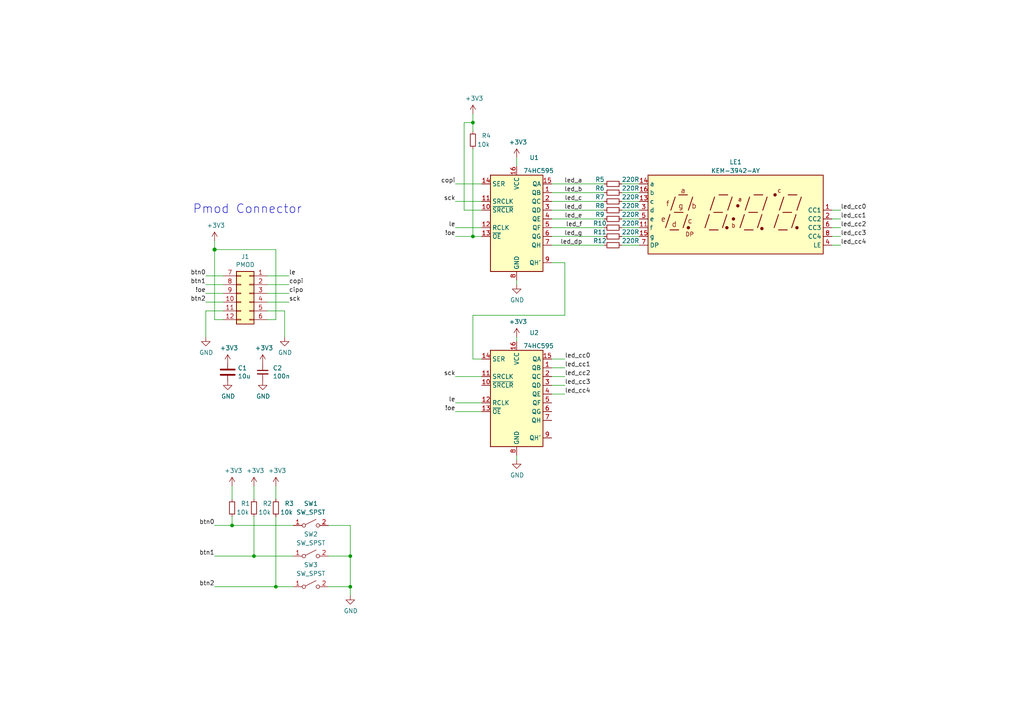
<source format=kicad_sch>
(kicad_sch (version 20201015) (generator eeschema)
  (paper "A4")
  (title_block (title "quad-7seg PMOD") (date "2020-12-10") (rev "r1.0") (company "GsD - @gregdavill") (comment 1 "PMOD"))
  (lib_symbols
    (symbol "74xx:74HC595"
      (property "Reference" "U" (at -7.62 13.97 0))
      (property "Value" "74HC595" (at -7.62 -16.51 0))
      (symbol "74HC595_1_0"
        (pin tri_state line (at 10.16 7.62 180) (length 2.54) (name "QB") (number "1"))
        (pin input line (at -10.16 2.54 0) (length 2.54) (name "~SRCLR") (number "10"))
        (pin input line (at -10.16 5.08 0) (length 2.54) (name "SRCLK") (number "11"))
        (pin input line (at -10.16 -2.54 0) (length 2.54) (name "RCLK") (number "12"))
        (pin input line (at -10.16 -5.08 0) (length 2.54) (name "~OE") (number "13"))
        (pin input line (at -10.16 10.16 0) (length 2.54) (name "SER") (number "14"))
        (pin tri_state line (at 10.16 10.16 180) (length 2.54) (name "QA") (number "15"))
        (pin power_in line (at 0 15.24 270) (length 2.54) (name "VCC") (number "16"))
        (pin tri_state line (at 10.16 5.08 180) (length 2.54) (name "QC") (number "2"))
        (pin tri_state line (at 10.16 2.54 180) (length 2.54) (name "QD") (number "3"))
        (pin tri_state line (at 10.16 0 180) (length 2.54) (name "QE") (number "4"))
        (pin tri_state line (at 10.16 -2.54 180) (length 2.54) (name "QF") (number "5"))
        (pin tri_state line (at 10.16 -5.08 180) (length 2.54) (name "QG") (number "6"))
        (pin tri_state line (at 10.16 -7.62 180) (length 2.54) (name "QH") (number "7"))
        (pin power_in line (at 0 -17.78 90) (length 2.54) (name "GND") (number "8"))
        (pin output line (at 10.16 -12.7 180) (length 2.54) (name "QH'") (number "9"))
      )
      (symbol "74HC595_1_1"
        (rectangle (start -7.62 12.7) (end 7.62 -15.24) (stroke (width 0.254)) (fill (type background)))
      )
    )
    (symbol "7segment-rescue:pkl_C-pkl_device" (pin_numbers hide) (pin_names (offset 0.254))
      (property "Reference" "C" (at 0.635 2.54 0))
      (property "Value" "pkl_C-pkl_device" (at 0.635 -2.54 0))
      (symbol "pkl_C-pkl_device_0_1"
        (polyline (pts (xy -2.032 -0.762) (xy 2.032 -0.762)) (stroke (width 0.508)))
        (polyline (pts (xy -2.032 0.762) (xy 2.032 0.762)) (stroke (width 0.508)))
      )
      (symbol "pkl_C-pkl_device_1_1"
        (pin passive line (at 0 2.54 270) (length 1.524) (name "~") (number "1"))
        (pin passive line (at 0 -2.54 90) (length 1.524) (name "~") (number "2"))
      )
    )
    (symbol "7segment-rescue:pkl_C_Small-pkl_device" (pin_numbers hide) (pin_names (offset 0.254) hide)
      (property "Reference" "C" (at 0.254 1.778 0))
      (property "Value" "pkl_C_Small-pkl_device" (at 0.254 -2.032 0))
      (symbol "pkl_C_Small-pkl_device_0_1"
        (polyline (pts (xy -1.524 -0.508) (xy 1.524 -0.508)) (stroke (width 0.3302)))
        (polyline (pts (xy -1.524 0.508) (xy 1.524 0.508)) (stroke (width 0.3048)))
      )
      (symbol "pkl_C_Small-pkl_device_1_1"
        (pin passive line (at 0 2.54 270) (length 1.905) (name "~") (number "1"))
        (pin passive line (at 0 -2.54 90) (length 2.032) (name "~") (number "2"))
      )
    )
    (symbol "Connector_Generic:Conn_02x06_Top_Bottom" (pin_names (offset 1.016) hide)
      (property "Reference" "J" (at 1.27 7.62 0))
      (property "Value" "Conn_02x06_Top_Bottom" (at 1.27 -10.16 0))
      (symbol "Conn_02x06_Top_Bottom_1_1"
        (rectangle (start -1.27 -4.953) (end 0 -5.207) (stroke (width 0.1524)))
        (rectangle (start -1.27 -7.493) (end 0 -7.747) (stroke (width 0.1524)))
        (rectangle (start -1.27 -2.413) (end 0 -2.667) (stroke (width 0.1524)))
        (rectangle (start -1.27 2.667) (end 0 2.413) (stroke (width 0.1524)))
        (rectangle (start -1.27 5.207) (end 0 4.953) (stroke (width 0.1524)))
        (rectangle (start -1.27 6.35) (end 3.81 -8.89) (stroke (width 0.254)) (fill (type background)))
        (rectangle (start -1.27 0.127) (end 0 -0.127) (stroke (width 0.1524)))
        (rectangle (start 3.81 -4.953) (end 2.54 -5.207) (stroke (width 0.1524)))
        (rectangle (start 3.81 -7.493) (end 2.54 -7.747) (stroke (width 0.1524)))
        (rectangle (start 3.81 -2.413) (end 2.54 -2.667) (stroke (width 0.1524)))
        (rectangle (start 3.81 2.667) (end 2.54 2.413) (stroke (width 0.1524)))
        (rectangle (start 3.81 5.207) (end 2.54 4.953) (stroke (width 0.1524)))
        (rectangle (start 3.81 0.127) (end 2.54 -0.127) (stroke (width 0.1524)))
        (pin passive line (at -5.08 5.08 0) (length 3.81) (name "Pin_1") (number "1"))
        (pin passive line (at 7.62 -2.54 180) (length 3.81) (name "Pin_10") (number "10"))
        (pin passive line (at 7.62 -5.08 180) (length 3.81) (name "Pin_11") (number "11"))
        (pin passive line (at 7.62 -7.62 180) (length 3.81) (name "Pin_12") (number "12"))
        (pin passive line (at -5.08 2.54 0) (length 3.81) (name "Pin_2") (number "2"))
        (pin passive line (at -5.08 0 0) (length 3.81) (name "Pin_3") (number "3"))
        (pin passive line (at -5.08 -2.54 0) (length 3.81) (name "Pin_4") (number "4"))
        (pin passive line (at -5.08 -5.08 0) (length 3.81) (name "Pin_5") (number "5"))
        (pin passive line (at -5.08 -7.62 0) (length 3.81) (name "Pin_6") (number "6"))
        (pin passive line (at 7.62 5.08 180) (length 3.81) (name "Pin_7") (number "7"))
        (pin passive line (at 7.62 2.54 180) (length 3.81) (name "Pin_8") (number "8"))
        (pin passive line (at 7.62 0 180) (length 3.81) (name "Pin_9") (number "9"))
      )
    )
    (symbol "Switch:SW_SPST" (pin_names (offset 0) hide)
      (property "Reference" "SW" (at 0 3.175 0))
      (property "Value" "SW_SPST" (at 0 -2.54 0))
      (symbol "SW_SPST_0_0"
        (circle (center -2.032 0) (radius 0.508))
        (circle (center 2.032 0) (radius 0.508))
        (polyline (pts (xy -1.524 0.254) (xy 1.524 1.778)))
      )
      (symbol "SW_SPST_1_1"
        (pin passive line (at -5.08 0 0) (length 2.54) (name "A") (number "1"))
        (pin passive line (at 5.08 0 180) (length 2.54) (name "B") (number "2"))
      )
    )
    (symbol "icebreaker-bitsy-rescue:pkl_R_Small-pkl_device" (pin_numbers hide) (pin_names (offset 0.254) hide)
      (property "Reference" "R" (at 0.762 0.508 0))
      (property "Value" "pkl_R_Small-pkl_device" (at 0.762 -1.016 0))
      (symbol "pkl_R_Small-pkl_device_0_1"
        (rectangle (start -0.762 1.778) (end 0.762 -1.778) (stroke (width 0.2032)))
      )
      (symbol "pkl_R_Small-pkl_device_1_1"
        (pin passive line (at 0 2.54 270) (length 0.762) (name "~") (number "1"))
        (pin passive line (at 0 -2.54 90) (length 0.762) (name "~") (number "2"))
      )
    )
    (symbol "led-clock:KEM-3942-AY"
      (property "Reference" "LE" (at -24.13 11.43 0))
      (property "Value" "KEM-3942-AY" (at 17.78 11.43 0))
      (symbol "KEM-3942-AY_0_0"
        (text "a" (at -15.24 5.715 0) (effects (font (size 1.524 1.524))))
        (text "b" (at -12.065 1.27 0) (effects (font (size 1.524 1.524))))
        (text "c" (at -13.208 -3.048 0) (effects (font (size 1.524 1.524))))
        (text "d" (at -17.78 -4.064 0) (effects (font (size 1.524 1.524))))
        (text "DP" (at -13.335 -6.985 0) (effects (font (size 1.2 1.2))))
        (text "e" (at -20.955 -2.54 0) (effects (font (size 1.524 1.524))))
        (text "f" (at -19.685 1.905 0) (effects (font (size 1.524 1.524))))
        (text "g" (at -15.875 1.27 0) (effects (font (size 1.524 1.524))))
        (text "a" (at 1.27 3.175 0) (effects (font (size 1.2 1.2))))
        (text "b" (at -0.635 -4.445 0) (effects (font (size 1.2 1.2))))
        (text "c" (at 12.7 5.715 0) (effects (font (size 1.2 1.2))))
        (rectangle (start -25.4 10.16) (end 25.4 -12.7) (stroke (width 0.254)) (fill (type background)))
        (polyline (pts (xy -20.32 -5.08) (xy -19.05 -1.27)) (stroke (width 0.254)))
        (polyline (pts (xy -19.05 -5.715) (xy -16.51 -5.715)) (stroke (width 0.254)))
        (polyline (pts (xy -18.796 0) (xy -17.526 3.81)) (stroke (width 0.254)))
        (polyline (pts (xy -17.78 -0.635) (xy -15.24 -0.635)) (stroke (width 0.254)))
        (polyline (pts (xy -16.51 4.445) (xy -13.97 4.445)) (stroke (width 0.254)))
        (polyline (pts (xy -15.24 -5.08) (xy -13.97 -1.27)) (stroke (width 0.254)))
        (polyline (pts (xy -13.716 0) (xy -12.446 3.81)) (stroke (width 0.254)))
        (polyline (pts (xy -8.89 -5.08) (xy -7.62 -1.27)) (stroke (width 0.254)))
        (polyline (pts (xy -7.62 -5.715) (xy -5.08 -5.715)) (stroke (width 0.254)))
        (polyline (pts (xy -7.366 0) (xy -6.096 3.81)) (stroke (width 0.254)))
        (polyline (pts (xy -6.35 -0.635) (xy -3.81 -0.635)) (stroke (width 0.254)))
        (polyline (pts (xy -4.826 4.445) (xy -2.286 4.445)) (stroke (width 0.254)))
        (polyline (pts (xy -3.81 -5.08) (xy -2.54 -1.27)) (stroke (width 0.254)))
        (polyline (pts (xy -2.286 0) (xy -1.016 3.81)) (stroke (width 0.254)))
        (polyline (pts (xy 1.27 -5.08) (xy 2.54 -1.27)) (stroke (width 0.254)))
        (polyline (pts (xy 2.54 -5.715) (xy 5.08 -5.715)) (stroke (width 0.254)))
        (polyline (pts (xy 2.794 0) (xy 4.064 3.81)) (stroke (width 0.254)))
        (polyline (pts (xy 3.81 -0.635) (xy 6.35 -0.635)) (stroke (width 0.254)))
        (polyline (pts (xy 5.334 4.445) (xy 7.874 4.445)) (stroke (width 0.254)))
        (polyline (pts (xy 6.35 -5.08) (xy 7.62 -1.27)) (stroke (width 0.254)))
        (polyline (pts (xy 7.874 0) (xy 9.144 3.81)) (stroke (width 0.254)))
        (polyline (pts (xy 11.176 -5.08) (xy 12.446 -1.27)) (stroke (width 0.254)))
        (polyline (pts (xy 12.446 -5.715) (xy 14.986 -5.715)) (stroke (width 0.254)))
        (polyline (pts (xy 12.7 0) (xy 13.97 3.81)) (stroke (width 0.254)))
        (polyline (pts (xy 13.716 -0.635) (xy 16.256 -0.635)) (stroke (width 0.254)))
        (polyline (pts (xy 15.24 4.445) (xy 17.78 4.445)) (stroke (width 0.254)))
        (polyline (pts (xy 16.256 -5.08) (xy 17.526 -1.27)) (stroke (width 0.254)))
        (polyline (pts (xy 17.78 0) (xy 19.05 3.81)) (stroke (width 0.254)))
      )
      (symbol "KEM-3942-AY_0_1"
        (circle (center -13.716 -5.08) (radius 0.3556) (stroke (width 0.254)) (fill (type outline)))
        (circle (center -2.54 -5.08) (radius 0.3556) (stroke (width 0.254)) (fill (type outline)))
        (circle (center -0.635 -2.54) (radius 0.3556) (stroke (width 0.254)) (fill (type outline)))
        (circle (center 0.635 1.27) (radius 0.3556) (stroke (width 0.254)) (fill (type outline)))
        (circle (center 11.43 4.445) (radius 0.3556) (stroke (width 0.254)) (fill (type outline)))
      )
      (symbol "KEM-3942-AY_1_0"
        (circle (center 7.62 -5.334) (radius 0.3556) (stroke (width 0.254)) (fill (type outline)))
        (circle (center 17.78 -5.08) (radius 0.3556) (stroke (width 0.254)) (fill (type outline)))
      )
      (symbol "KEM-3942-AY_1_1"
        (pin input line (at -27.94 -2.54 0) (length 2.54) (name "e") (number "5"))
        (pin input line (at -27.94 -5.08 0) (length 2.54) (name "f") (number "11"))
        (pin input line (at -27.94 7.62 0) (length 2.54) (name "a") (number "14"))
        (pin input line (at 27.94 0 180) (length 2.54) (name "CC1") (number "1"))
        (pin input line (at -27.94 0 0) (length 2.54) (name "d") (number "3"))
        (pin input line (at -27.94 -10.16 0) (length 2.54) (name "DP") (number "7"))
        (pin input line (at -27.94 2.54 0) (length 2.54) (name "c") (number "13"))
        (pin input line (at -27.94 -7.62 0) (length 2.54) (name "g") (number "15"))
        (pin input line (at 27.94 -7.62 180) (length 2.54) (name "CC4") (number "8"))
        (pin input line (at -27.94 5.08 0) (length 2.54) (name "b") (number "16"))
        (pin input line (at 27.94 -5.08 180) (length 2.54) (name "CC3") (number "6"))
        (pin input line (at 27.94 -2.54 180) (length 2.54) (name "CC2") (number "2"))
        (pin input line (at 27.94 -10.16 180) (length 2.54) (name "LE") (number "4"))
      )
    )
    (symbol "power:+3V3" (power) (pin_names (offset 0))
      (property "Value" "+3V3" (at 0 3.556 0))
      (symbol "+3V3_0_1"
        (polyline (pts (xy -0.762 1.27) (xy 0 2.54)))
        (polyline (pts (xy 0 0) (xy 0 2.54)))
        (polyline (pts (xy 0 2.54) (xy 0.762 1.27)))
      )
      (symbol "+3V3_1_1"
        (pin power_in line (at 0 0 90) (length 0) hide (name "+3V3") (number "1"))
      )
    )
    (symbol "power:GND" (power) (pin_names (offset 0))
      (property "Value" "GND" (at 0 -3.81 0))
      (symbol "GND_0_1"
        (polyline (pts (xy 0 0) (xy 0 -1.27) (xy 1.27 -1.27) (xy 0 -2.54) (xy -1.27 -1.27) (xy 0 -1.27)))
      )
      (symbol "GND_1_1"
        (pin power_in line (at 0 0 270) (length 0) hide (name "GND") (number "1"))
      )
    )
  )
  (bus_alias "GPDI" (members "CK_N" "CK_P" "D0_N" "D0_P" "D1_N" "D1_P" "D2_N" "D2_P"))
  (junction (at 62.23 72.39) (diameter 1.016))
  (junction (at 67.31 152.4) (diameter 0.9144))
  (junction (at 73.66 161.29) (diameter 0.9144))
  (junction (at 80.01 170.18) (diameter 0.9144))
  (junction (at 101.6 161.29) (diameter 0.9144))
  (junction (at 101.6 170.18) (diameter 0.9144))
  (junction (at 137.16 35.56) (diameter 0.9144))
  (junction (at 137.16 68.58) (diameter 0.9144))
  (wire (pts (xy 59.69 80.01) (xy 64.77 80.01)))
  (wire (pts (xy 59.69 82.55) (xy 64.77 82.55)))
  (wire (pts (xy 59.69 85.09) (xy 64.77 85.09)))
  (wire (pts (xy 59.69 87.63) (xy 64.77 87.63)))
  (wire (pts (xy 59.69 90.17) (xy 59.69 97.79)))
  (wire (pts (xy 62.23 69.85) (xy 62.23 72.39)))
  (wire (pts (xy 62.23 92.71) (xy 62.23 72.39)))
  (wire (pts (xy 62.23 152.4) (xy 67.31 152.4)))
  (wire (pts (xy 62.23 161.29) (xy 73.66 161.29)))
  (wire (pts (xy 62.23 170.18) (xy 80.01 170.18)))
  (wire (pts (xy 64.77 90.17) (xy 59.69 90.17)))
  (wire (pts (xy 64.77 92.71) (xy 62.23 92.71)))
  (wire (pts (xy 67.31 140.97) (xy 67.31 144.78)))
  (wire (pts (xy 67.31 149.86) (xy 67.31 152.4)))
  (wire (pts (xy 67.31 152.4) (xy 85.09 152.4)))
  (wire (pts (xy 73.66 140.97) (xy 73.66 144.78)))
  (wire (pts (xy 73.66 149.86) (xy 73.66 161.29)))
  (wire (pts (xy 73.66 161.29) (xy 85.09 161.29)))
  (wire (pts (xy 77.47 80.01) (xy 83.82 80.01)))
  (wire (pts (xy 77.47 82.55) (xy 83.82 82.55)))
  (wire (pts (xy 77.47 85.09) (xy 83.82 85.09)))
  (wire (pts (xy 77.47 87.63) (xy 83.82 87.63)))
  (wire (pts (xy 77.47 90.17) (xy 82.55 90.17)))
  (wire (pts (xy 77.47 92.71) (xy 80.01 92.71)))
  (wire (pts (xy 80.01 72.39) (xy 62.23 72.39)))
  (wire (pts (xy 80.01 72.39) (xy 80.01 92.71)))
  (wire (pts (xy 80.01 140.97) (xy 80.01 144.78)))
  (wire (pts (xy 80.01 149.86) (xy 80.01 170.18)))
  (wire (pts (xy 80.01 170.18) (xy 85.09 170.18)))
  (wire (pts (xy 82.55 90.17) (xy 82.55 97.79)))
  (wire (pts (xy 95.25 152.4) (xy 101.6 152.4)))
  (wire (pts (xy 95.25 161.29) (xy 101.6 161.29)))
  (wire (pts (xy 95.25 170.18) (xy 101.6 170.18)))
  (wire (pts (xy 101.6 152.4) (xy 101.6 161.29)))
  (wire (pts (xy 101.6 161.29) (xy 101.6 170.18)))
  (wire (pts (xy 101.6 170.18) (xy 101.6 172.72)))
  (wire (pts (xy 132.08 53.34) (xy 139.7 53.34)))
  (wire (pts (xy 132.08 58.42) (xy 139.7 58.42)))
  (wire (pts (xy 132.08 66.04) (xy 139.7 66.04)))
  (wire (pts (xy 132.08 68.58) (xy 137.16 68.58)))
  (wire (pts (xy 132.08 109.22) (xy 139.7 109.22)))
  (wire (pts (xy 132.08 116.84) (xy 139.7 116.84)))
  (wire (pts (xy 132.08 119.38) (xy 139.7 119.38)))
  (wire (pts (xy 134.62 35.56) (xy 134.62 60.96)))
  (wire (pts (xy 134.62 35.56) (xy 137.16 35.56)))
  (wire (pts (xy 137.16 33.02) (xy 137.16 35.56)))
  (wire (pts (xy 137.16 35.56) (xy 137.16 38.1)))
  (wire (pts (xy 137.16 43.18) (xy 137.16 68.58)))
  (wire (pts (xy 137.16 68.58) (xy 139.7 68.58)))
  (wire (pts (xy 137.16 91.44) (xy 137.16 104.14)))
  (wire (pts (xy 137.16 104.14) (xy 139.7 104.14)))
  (wire (pts (xy 139.7 60.96) (xy 134.62 60.96)))
  (wire (pts (xy 149.86 45.72) (xy 149.86 48.26)))
  (wire (pts (xy 149.86 81.28) (xy 149.86 82.55)))
  (wire (pts (xy 149.86 97.79) (xy 149.86 99.06)))
  (wire (pts (xy 149.86 132.08) (xy 149.86 133.35)))
  (wire (pts (xy 160.02 53.34) (xy 175.26 53.34)))
  (wire (pts (xy 160.02 55.88) (xy 175.26 55.88)))
  (wire (pts (xy 160.02 58.42) (xy 175.26 58.42)))
  (wire (pts (xy 160.02 60.96) (xy 175.26 60.96)))
  (wire (pts (xy 160.02 63.5) (xy 175.26 63.5)))
  (wire (pts (xy 160.02 66.04) (xy 175.26 66.04)))
  (wire (pts (xy 160.02 68.58) (xy 175.26 68.58)))
  (wire (pts (xy 160.02 71.12) (xy 175.26 71.12)))
  (wire (pts (xy 160.02 76.2) (xy 163.83 76.2)))
  (wire (pts (xy 160.02 104.14) (xy 163.83 104.14)))
  (wire (pts (xy 160.02 106.68) (xy 163.83 106.68)))
  (wire (pts (xy 160.02 109.22) (xy 163.83 109.22)))
  (wire (pts (xy 160.02 111.76) (xy 163.83 111.76)))
  (wire (pts (xy 160.02 114.3) (xy 163.83 114.3)))
  (wire (pts (xy 163.83 76.2) (xy 163.83 91.44)))
  (wire (pts (xy 163.83 91.44) (xy 137.16 91.44)))
  (wire (pts (xy 180.34 53.34) (xy 185.42 53.34)))
  (wire (pts (xy 180.34 55.88) (xy 185.42 55.88)))
  (wire (pts (xy 180.34 58.42) (xy 185.42 58.42)))
  (wire (pts (xy 180.34 60.96) (xy 185.42 60.96)))
  (wire (pts (xy 180.34 63.5) (xy 185.42 63.5)))
  (wire (pts (xy 180.34 66.04) (xy 185.42 66.04)))
  (wire (pts (xy 180.34 68.58) (xy 185.42 68.58)))
  (wire (pts (xy 180.34 71.12) (xy 185.42 71.12)))
  (wire (pts (xy 241.3 60.96) (xy 243.84 60.96)))
  (wire (pts (xy 241.3 63.5) (xy 243.84 63.5)))
  (wire (pts (xy 241.3 66.04) (xy 243.84 66.04)))
  (wire (pts (xy 241.3 68.58) (xy 243.84 68.58)))
  (wire (pts (xy 241.3 71.12) (xy 243.84 71.12)))
  (text "Pmod Connector" (at 55.88 62.23 0) (effects (font (size 2.54 2.54)) (justify left bottom)))
  (label "btn0" (at 59.69 80.01 180))
  (label "btn1" (at 59.69 82.55 180))
  (label "!oe" (at 59.69 85.09 180))
  (label "btn2" (at 59.69 87.63 180))
  (label "btn0" (at 62.23 152.4 180))
  (label "btn1" (at 62.23 161.29 180))
  (label "btn2" (at 62.23 170.18 180))
  (label "le" (at 83.82 80.01 0))
  (label "copi" (at 83.82 82.55 0))
  (label "cipo" (at 83.82 85.09 0))
  (label "sck" (at 83.82 87.63 0))
  (label "copi" (at 132.08 53.34 180))
  (label "sck" (at 132.08 58.42 180))
  (label "le" (at 132.08 66.04 180))
  (label "!oe" (at 132.08 68.58 180))
  (label "sck" (at 132.08 109.22 180))
  (label "le" (at 132.08 116.84 180))
  (label "!oe" (at 132.08 119.38 180))
  (label "led_cc0" (at 163.83 104.14 0))
  (label "led_cc1" (at 163.83 106.68 0))
  (label "led_cc2" (at 163.83 109.22 0))
  (label "led_cc3" (at 163.83 111.76 0))
  (label "led_cc4" (at 163.83 114.3 0))
  (label "led_a" (at 168.91 53.34 180))
  (label "led_b" (at 168.91 55.88 180))
  (label "led_c" (at 168.91 58.42 180))
  (label "led_d" (at 168.91 60.96 180))
  (label "led_e" (at 168.91 63.5 180))
  (label "led_f" (at 168.91 66.04 180))
  (label "led_g" (at 168.91 68.58 180))
  (label "led_dp" (at 168.91 71.12 180))
  (label "led_cc0" (at 243.84 60.96 0))
  (label "led_cc1" (at 243.84 63.5 0))
  (label "led_cc2" (at 243.84 66.04 0))
  (label "led_cc3" (at 243.84 68.58 0))
  (label "led_cc4" (at 243.84 71.12 0))
  (symbol (lib_id "power:+3V3") (at 62.23 69.85 0) (unit 1)
    (property "Reference" "#PWR0112" (effects hide))
    (property "Value" "+3V3" (at 62.611 65.3796 0))
  )
  (symbol (lib_id "power:+3V3") (at 66.04 105.41 0) (unit 1)
    (property "Reference" "#PWR0108" (effects hide))
    (property "Value" "+3V3" (at 66.421 100.9396 0))
  )
  (symbol (lib_id "power:+3V3") (at 67.31 140.97 0) (unit 1)
    (property "Reference" "#PWR0115" (effects hide))
    (property "Value" "+3V3" (at 67.691 136.4996 0))
  )
  (symbol (lib_id "power:+3V3") (at 73.66 140.97 0) (unit 1)
    (property "Reference" "#PWR0117" (effects hide))
    (property "Value" "+3V3" (at 74.041 136.4996 0))
  )
  (symbol (lib_id "power:+3V3") (at 76.2 105.41 0) (unit 1)
    (property "Reference" "#PWR0111" (effects hide))
    (property "Value" "+3V3" (at 76.581 100.9396 0))
  )
  (symbol (lib_id "power:+3V3") (at 80.01 140.97 0) (unit 1)
    (property "Reference" "#PWR0116" (effects hide))
    (property "Value" "+3V3" (at 80.391 136.4996 0))
  )
  (symbol (lib_id "power:+3V3") (at 137.16 33.02 0) (unit 1)
    (property "Reference" "#PWR0103" (effects hide))
    (property "Value" "+3V3" (at 137.541 28.5496 0))
  )
  (symbol (lib_id "power:+3V3") (at 149.86 45.72 0) (unit 1)
    (property "Reference" "#PWR0102" (effects hide))
    (property "Value" "+3V3" (at 150.241 41.2496 0))
  )
  (symbol (lib_id "power:+3V3") (at 149.86 97.79 0) (unit 1)
    (property "Reference" "#PWR0106" (effects hide))
    (property "Value" "+3V3" (at 150.241 93.3196 0))
  )
  (symbol (lib_id "power:GND") (at 59.69 97.79 0) (unit 1)
    (property "Reference" "#PWR0109" (effects hide))
    (property "Value" "GND" (at 59.817 102.2604 0))
  )
  (symbol (lib_id "power:GND") (at 66.04 110.49 0) (unit 1)
    (property "Reference" "#PWR0113" (effects hide))
    (property "Value" "GND" (at 66.167 114.9604 0))
  )
  (symbol (lib_id "power:GND") (at 76.2 110.49 0) (unit 1)
    (property "Reference" "#PWR0114" (effects hide))
    (property "Value" "GND" (at 76.327 114.9604 0))
  )
  (symbol (lib_id "power:GND") (at 82.55 97.79 0) (unit 1)
    (property "Reference" "#PWR0110" (effects hide))
    (property "Value" "GND" (at 82.677 102.2604 0))
  )
  (symbol (lib_id "power:GND") (at 101.6 172.72 0) (unit 1)
    (property "Reference" "#PWR0118" (effects hide))
    (property "Value" "GND" (at 101.727 177.1904 0))
  )
  (symbol (lib_id "power:GND") (at 149.86 82.55 0) (unit 1)
    (property "Reference" "#PWR0101" (effects hide))
    (property "Value" "GND" (at 149.987 87.0204 0))
  )
  (symbol (lib_id "power:GND") (at 149.86 133.35 0) (unit 1)
    (property "Reference" "#PWR0107" (effects hide))
    (property "Value" "GND" (at 149.987 137.8204 0))
  )
  (symbol (lib_id "icebreaker-bitsy-rescue:pkl_R_Small-pkl_device") (at 67.31 147.32 0) (unit 1)
    (property "Reference" "R1" (at 69.85 146.05 0) (effects (justify left)))
    (property "Value" "10k" (at 68.58 148.59 0) (effects (justify left)))
    (property "Footprint" "Resistor_SMD:R_0402_1005Metric" (effects hide))
    (property "Mfg" "Yageo" (effects hide))
    (property "PN" "RC0402FR-0722RL" (effects hide))
  )
  (symbol (lib_id "icebreaker-bitsy-rescue:pkl_R_Small-pkl_device") (at 73.66 147.32 0) (unit 1)
    (property "Reference" "R2" (at 76.2 146.05 0) (effects (justify left)))
    (property "Value" "10k" (at 74.93 148.59 0) (effects (justify left)))
    (property "Footprint" "Resistor_SMD:R_0402_1005Metric" (effects hide))
    (property "Mfg" "Yageo" (effects hide))
    (property "PN" "RC0402FR-0722RL" (effects hide))
  )
  (symbol (lib_id "icebreaker-bitsy-rescue:pkl_R_Small-pkl_device") (at 80.01 147.32 0) (unit 1)
    (property "Reference" "R3" (at 82.55 146.05 0) (effects (justify left)))
    (property "Value" "10k" (at 81.28 148.59 0) (effects (justify left)))
    (property "Footprint" "Resistor_SMD:R_0402_1005Metric" (effects hide))
    (property "Mfg" "Yageo" (effects hide))
    (property "PN" "RC0402FR-0722RL" (effects hide))
  )
  (symbol (lib_id "icebreaker-bitsy-rescue:pkl_R_Small-pkl_device") (at 137.16 40.64 0) (unit 1)
    (property "Reference" "R4" (at 139.7 39.37 0) (effects (justify left)))
    (property "Value" "10k" (at 138.43 41.91 0) (effects (justify left)))
    (property "Footprint" "Resistor_SMD:R_0402_1005Metric" (effects hide))
    (property "Mfg" "Yageo" (effects hide))
    (property "PN" "RC0402FR-0722RL" (effects hide))
  )
  (symbol (lib_id "icebreaker-bitsy-rescue:pkl_R_Small-pkl_device") (at 177.8 53.34 270) (unit 1)
    (property "Reference" "R5" (at 173.99 52.07 90))
    (property "Value" "220R" (at 182.88 52.07 90))
    (property "Footprint" "Resistor_SMD:R_0402_1005Metric" (effects hide))
    (property "Mfg" "Yageo" (effects hide))
    (property "PN" "RC0402FR-0722RL" (effects hide))
  )
  (symbol (lib_id "icebreaker-bitsy-rescue:pkl_R_Small-pkl_device") (at 177.8 55.88 270) (unit 1)
    (property "Reference" "R6" (at 173.99 54.61 90))
    (property "Value" "220R" (at 182.88 54.61 90))
    (property "Footprint" "Resistor_SMD:R_0402_1005Metric" (effects hide))
    (property "Mfg" "Yageo" (effects hide))
    (property "PN" "RC0402FR-0722RL" (effects hide))
  )
  (symbol (lib_id "icebreaker-bitsy-rescue:pkl_R_Small-pkl_device") (at 177.8 58.42 270) (unit 1)
    (property "Reference" "R7" (at 173.99 57.15 90))
    (property "Value" "220R" (at 182.88 57.15 90))
    (property "Footprint" "Resistor_SMD:R_0402_1005Metric" (effects hide))
    (property "Mfg" "Yageo" (effects hide))
    (property "PN" "RC0402FR-0722RL" (effects hide))
  )
  (symbol (lib_id "icebreaker-bitsy-rescue:pkl_R_Small-pkl_device") (at 177.8 60.96 270) (unit 1)
    (property "Reference" "R8" (at 173.99 59.69 90))
    (property "Value" "220R" (at 182.88 59.69 90))
    (property "Footprint" "Resistor_SMD:R_0402_1005Metric" (effects hide))
    (property "Mfg" "Yageo" (effects hide))
    (property "PN" "RC0402FR-0722RL" (effects hide))
  )
  (symbol (lib_id "icebreaker-bitsy-rescue:pkl_R_Small-pkl_device") (at 177.8 63.5 270) (unit 1)
    (property "Reference" "R9" (at 173.99 62.23 90))
    (property "Value" "220R" (at 182.88 62.23 90))
    (property "Footprint" "Resistor_SMD:R_0402_1005Metric" (effects hide))
    (property "Mfg" "Yageo" (effects hide))
    (property "PN" "RC0402FR-0722RL" (effects hide))
  )
  (symbol (lib_id "icebreaker-bitsy-rescue:pkl_R_Small-pkl_device") (at 177.8 66.04 270) (unit 1)
    (property "Reference" "R10" (at 173.99 64.77 90))
    (property "Value" "220R" (at 182.88 64.77 90))
    (property "Footprint" "Resistor_SMD:R_0402_1005Metric" (effects hide))
    (property "Mfg" "Yageo" (effects hide))
    (property "PN" "RC0402FR-0722RL" (effects hide))
  )
  (symbol (lib_id "icebreaker-bitsy-rescue:pkl_R_Small-pkl_device") (at 177.8 68.58 270) (unit 1)
    (property "Reference" "R11" (at 173.99 67.31 90))
    (property "Value" "220R" (at 182.88 67.31 90))
    (property "Footprint" "Resistor_SMD:R_0402_1005Metric" (effects hide))
    (property "Mfg" "Yageo" (effects hide))
    (property "PN" "RC0402FR-0722RL" (effects hide))
  )
  (symbol (lib_id "icebreaker-bitsy-rescue:pkl_R_Small-pkl_device") (at 177.8 71.12 270) (unit 1)
    (property "Reference" "R12" (at 173.99 69.85 90))
    (property "Value" "220R" (at 182.88 69.85 90))
    (property "Footprint" "Resistor_SMD:R_0402_1005Metric" (effects hide))
    (property "Mfg" "Yageo" (effects hide))
    (property "PN" "RC0402FR-0722RL" (effects hide))
  )
  (symbol (lib_id "7segment-rescue:pkl_C_Small-pkl_device") (at 76.2 107.95 0) (unit 1)
    (property "Reference" "C2" (at 79.121 106.7562 0) (effects (justify left)))
    (property "Value" "100n" (at 79.121 109.1184 0) (effects (justify left)))
    (property "Footprint" "Capacitor_SMD:C_0402_1005Metric" (effects hide))
    (property "Source" "ANY" (effects hide))
  )
  (symbol (lib_id "7segment-rescue:pkl_C-pkl_device") (at 66.04 107.95 0) (unit 1)
    (property "Reference" "C1" (at 68.961 106.7562 0) (effects (justify left)))
    (property "Value" "10u" (at 68.961 109.1184 0) (effects (justify left)))
    (property "Footprint" "Capacitor_SMD:C_0603_1608Metric" (effects hide))
    (property "Source" "ANY" (effects hide))
  )
  (symbol (lib_id "Switch:SW_SPST") (at 90.17 152.4 0) (unit 1)
    (property "Reference" "SW1" (at 90.17 146.05 0))
    (property "Value" "SW_SPST" (at 90.17 148.59 0))
    (property "Footprint" "Button_Switch_SMD:SW_SPST_PTS810" (effects hide))
  )
  (symbol (lib_id "Switch:SW_SPST") (at 90.17 161.29 0) (unit 1)
    (property "Reference" "SW2" (at 90.17 154.94 0))
    (property "Value" "SW_SPST" (at 90.17 157.48 0))
    (property "Footprint" "Button_Switch_SMD:SW_SPST_PTS810" (effects hide))
  )
  (symbol (lib_id "Switch:SW_SPST") (at 90.17 170.18 0) (unit 1)
    (property "Reference" "SW3" (at 90.17 163.83 0))
    (property "Value" "SW_SPST" (at 90.17 166.37 0))
    (property "Footprint" "Button_Switch_SMD:SW_SPST_PTS810" (effects hide))
  )
  (symbol (lib_id "Connector_Generic:Conn_02x06_Top_Bottom") (at 72.39 85.09 0) (mirror y) (unit 1)
    (property "Reference" "J1" (at 71.12 74.422 0))
    (property "Value" "PMOD" (at 71.12 76.7842 0))
    (property "Footprint" "Connector_PinHeader_2.54mm:PinHeader_2x06_P2.54mm_Horizontal" (effects hide))
    (property "Source" "ANY" (effects hide))
  )
  (symbol (lib_id "74xx:74HC595") (at 149.86 63.5 0) (unit 1)
    (property "Reference" "U1" (at 154.94 45.72 0))
    (property "Value" "74HC595" (at 156.21 49.53 0))
    (property "Footprint" "Package_SO:TSSOP-16_4.4x5mm_P0.65mm" (effects hide))
    (property "Datasheet" "http://www.ti.com/lit/ds/symlink/sn74hc595.pdf" (effects hide))
  )
  (symbol (lib_id "74xx:74HC595") (at 149.86 114.3 0) (unit 1)
    (property "Reference" "U2" (at 154.94 96.52 0))
    (property "Value" "74HC595" (at 156.21 100.33 0))
    (property "Footprint" "Package_SO:TSSOP-16_4.4x5mm_P0.65mm" (effects hide))
    (property "Datasheet" "http://www.ti.com/lit/ds/symlink/sn74hc595.pdf" (effects hide))
  )
  (symbol (lib_id "led-clock:KEM-3942-AY") (at 213.36 60.96 0) (unit 1)
    (property "Reference" "LE1" (at 213.36 46.99 0))
    (property "Value" "KEM-3942-AY" (at 213.36 49.53 0))
    (property "Footprint" "gsd-footprints:kem-3942-ay" (effects hide))
  )
)
</source>
